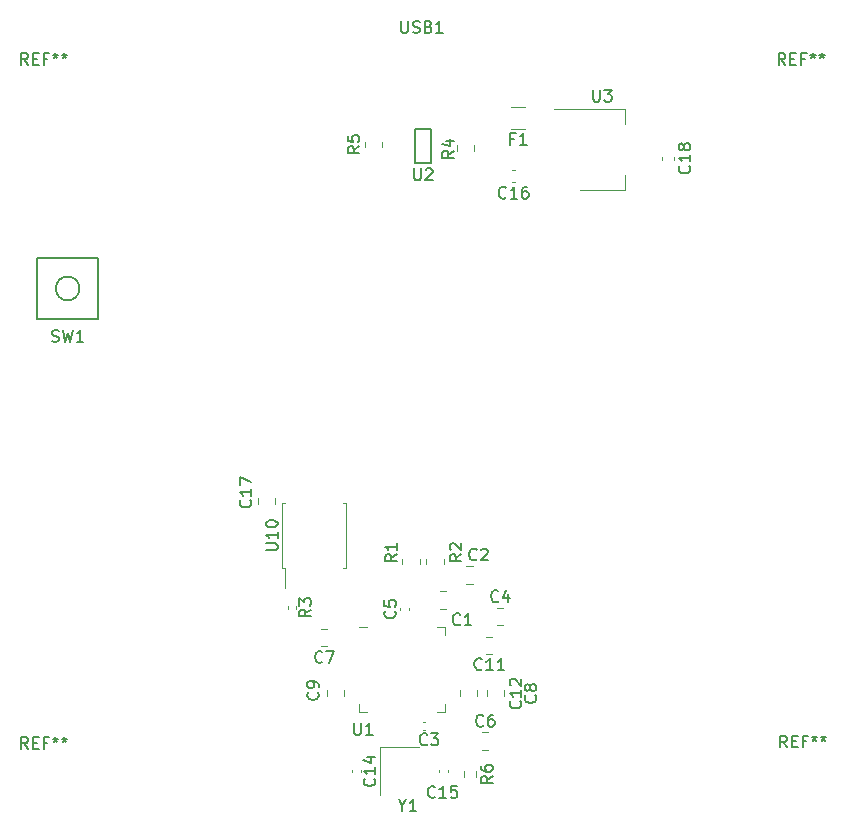
<source format=gto>
%TF.GenerationSoftware,KiCad,Pcbnew,(6.0.9)*%
%TF.CreationDate,2022-11-13T08:15:32+04:00*%
%TF.ProjectId,osu keyboard,6f737520-6b65-4796-926f-6172642e6b69,rev?*%
%TF.SameCoordinates,Original*%
%TF.FileFunction,Legend,Top*%
%TF.FilePolarity,Positive*%
%FSLAX46Y46*%
G04 Gerber Fmt 4.6, Leading zero omitted, Abs format (unit mm)*
G04 Created by KiCad (PCBNEW (6.0.9)) date 2022-11-13 08:15:32*
%MOMM*%
%LPD*%
G01*
G04 APERTURE LIST*
%ADD10C,0.150000*%
%ADD11C,0.120000*%
G04 APERTURE END LIST*
D10*
%TO.C,R4*%
X137612380Y-74334666D02*
X137136190Y-74668000D01*
X137612380Y-74906095D02*
X136612380Y-74906095D01*
X136612380Y-74525142D01*
X136660000Y-74429904D01*
X136707619Y-74382285D01*
X136802857Y-74334666D01*
X136945714Y-74334666D01*
X137040952Y-74382285D01*
X137088571Y-74429904D01*
X137136190Y-74525142D01*
X137136190Y-74906095D01*
X136945714Y-73477523D02*
X137612380Y-73477523D01*
X136564761Y-73715619D02*
X137279047Y-73953714D01*
X137279047Y-73334666D01*
%TO.C,U2*%
X134239095Y-75816380D02*
X134239095Y-76625904D01*
X134286714Y-76721142D01*
X134334333Y-76768761D01*
X134429571Y-76816380D01*
X134620047Y-76816380D01*
X134715285Y-76768761D01*
X134762904Y-76721142D01*
X134810523Y-76625904D01*
X134810523Y-75816380D01*
X135239095Y-75911619D02*
X135286714Y-75864000D01*
X135381952Y-75816380D01*
X135620047Y-75816380D01*
X135715285Y-75864000D01*
X135762904Y-75911619D01*
X135810523Y-76006857D01*
X135810523Y-76102095D01*
X135762904Y-76244952D01*
X135191476Y-76816380D01*
X135810523Y-76816380D01*
%TO.C,R5*%
X129612380Y-73953666D02*
X129136190Y-74287000D01*
X129612380Y-74525095D02*
X128612380Y-74525095D01*
X128612380Y-74144142D01*
X128660000Y-74048904D01*
X128707619Y-74001285D01*
X128802857Y-73953666D01*
X128945714Y-73953666D01*
X129040952Y-74001285D01*
X129088571Y-74048904D01*
X129136190Y-74144142D01*
X129136190Y-74525095D01*
X128612380Y-73048904D02*
X128612380Y-73525095D01*
X129088571Y-73572714D01*
X129040952Y-73525095D01*
X128993333Y-73429857D01*
X128993333Y-73191761D01*
X129040952Y-73096523D01*
X129088571Y-73048904D01*
X129183809Y-73001285D01*
X129421904Y-73001285D01*
X129517142Y-73048904D01*
X129564761Y-73096523D01*
X129612380Y-73191761D01*
X129612380Y-73429857D01*
X129564761Y-73525095D01*
X129517142Y-73572714D01*
%TO.C,C4*%
X141374833Y-112437392D02*
X141327214Y-112485011D01*
X141184357Y-112532630D01*
X141089119Y-112532630D01*
X140946261Y-112485011D01*
X140851023Y-112389773D01*
X140803404Y-112294535D01*
X140755785Y-112104059D01*
X140755785Y-111961202D01*
X140803404Y-111770726D01*
X140851023Y-111675488D01*
X140946261Y-111580250D01*
X141089119Y-111532630D01*
X141184357Y-111532630D01*
X141327214Y-111580250D01*
X141374833Y-111627869D01*
X142231976Y-111865964D02*
X142231976Y-112532630D01*
X141993880Y-111485011D02*
X141755785Y-112199297D01*
X142374833Y-112199297D01*
%TO.C,REF\u002A\u002A*%
X165798666Y-124841380D02*
X165465333Y-124365190D01*
X165227238Y-124841380D02*
X165227238Y-123841380D01*
X165608190Y-123841380D01*
X165703428Y-123889000D01*
X165751047Y-123936619D01*
X165798666Y-124031857D01*
X165798666Y-124174714D01*
X165751047Y-124269952D01*
X165703428Y-124317571D01*
X165608190Y-124365190D01*
X165227238Y-124365190D01*
X166227238Y-124317571D02*
X166560571Y-124317571D01*
X166703428Y-124841380D02*
X166227238Y-124841380D01*
X166227238Y-123841380D01*
X166703428Y-123841380D01*
X167465333Y-124317571D02*
X167132000Y-124317571D01*
X167132000Y-124841380D02*
X167132000Y-123841380D01*
X167608190Y-123841380D01*
X168132000Y-123841380D02*
X168132000Y-124079476D01*
X167893904Y-123984238D02*
X168132000Y-124079476D01*
X168370095Y-123984238D01*
X167989142Y-124269952D02*
X168132000Y-124079476D01*
X168274857Y-124269952D01*
X168893904Y-123841380D02*
X168893904Y-124079476D01*
X168655809Y-123984238D02*
X168893904Y-124079476D01*
X169132000Y-123984238D01*
X168751047Y-124269952D02*
X168893904Y-124079476D01*
X169036761Y-124269952D01*
%TO.C,C5*%
X132610642Y-113291916D02*
X132658261Y-113339535D01*
X132705880Y-113482392D01*
X132705880Y-113577630D01*
X132658261Y-113720488D01*
X132563023Y-113815726D01*
X132467785Y-113863345D01*
X132277309Y-113910964D01*
X132134452Y-113910964D01*
X131943976Y-113863345D01*
X131848738Y-113815726D01*
X131753500Y-113720488D01*
X131705880Y-113577630D01*
X131705880Y-113482392D01*
X131753500Y-113339535D01*
X131801119Y-113291916D01*
X131705880Y-112387154D02*
X131705880Y-112863345D01*
X132182071Y-112910964D01*
X132134452Y-112863345D01*
X132086833Y-112768107D01*
X132086833Y-112530011D01*
X132134452Y-112434773D01*
X132182071Y-112387154D01*
X132277309Y-112339535D01*
X132515404Y-112339535D01*
X132610642Y-112387154D01*
X132658261Y-112434773D01*
X132705880Y-112530011D01*
X132705880Y-112768107D01*
X132658261Y-112863345D01*
X132610642Y-112910964D01*
%TO.C,USB1*%
X133135904Y-63333380D02*
X133135904Y-64142904D01*
X133183523Y-64238142D01*
X133231142Y-64285761D01*
X133326380Y-64333380D01*
X133516857Y-64333380D01*
X133612095Y-64285761D01*
X133659714Y-64238142D01*
X133707333Y-64142904D01*
X133707333Y-63333380D01*
X134135904Y-64285761D02*
X134278761Y-64333380D01*
X134516857Y-64333380D01*
X134612095Y-64285761D01*
X134659714Y-64238142D01*
X134707333Y-64142904D01*
X134707333Y-64047666D01*
X134659714Y-63952428D01*
X134612095Y-63904809D01*
X134516857Y-63857190D01*
X134326380Y-63809571D01*
X134231142Y-63761952D01*
X134183523Y-63714333D01*
X134135904Y-63619095D01*
X134135904Y-63523857D01*
X134183523Y-63428619D01*
X134231142Y-63381000D01*
X134326380Y-63333380D01*
X134564476Y-63333380D01*
X134707333Y-63381000D01*
X135469238Y-63809571D02*
X135612095Y-63857190D01*
X135659714Y-63904809D01*
X135707333Y-64000047D01*
X135707333Y-64142904D01*
X135659714Y-64238142D01*
X135612095Y-64285761D01*
X135516857Y-64333380D01*
X135135904Y-64333380D01*
X135135904Y-63333380D01*
X135469238Y-63333380D01*
X135564476Y-63381000D01*
X135612095Y-63428619D01*
X135659714Y-63523857D01*
X135659714Y-63619095D01*
X135612095Y-63714333D01*
X135564476Y-63761952D01*
X135469238Y-63809571D01*
X135135904Y-63809571D01*
X136659714Y-64333380D02*
X136088285Y-64333380D01*
X136374000Y-64333380D02*
X136374000Y-63333380D01*
X136278761Y-63476238D01*
X136183523Y-63571476D01*
X136088285Y-63619095D01*
%TO.C,C17*%
X120372142Y-103893857D02*
X120419761Y-103941476D01*
X120467380Y-104084333D01*
X120467380Y-104179571D01*
X120419761Y-104322428D01*
X120324523Y-104417666D01*
X120229285Y-104465285D01*
X120038809Y-104512904D01*
X119895952Y-104512904D01*
X119705476Y-104465285D01*
X119610238Y-104417666D01*
X119515000Y-104322428D01*
X119467380Y-104179571D01*
X119467380Y-104084333D01*
X119515000Y-103941476D01*
X119562619Y-103893857D01*
X120467380Y-102941476D02*
X120467380Y-103512904D01*
X120467380Y-103227190D02*
X119467380Y-103227190D01*
X119610238Y-103322428D01*
X119705476Y-103417666D01*
X119753095Y-103512904D01*
X119467380Y-102608142D02*
X119467380Y-101941476D01*
X120467380Y-102370047D01*
%TO.C,C15*%
X136009142Y-129008142D02*
X135961523Y-129055761D01*
X135818666Y-129103380D01*
X135723428Y-129103380D01*
X135580571Y-129055761D01*
X135485333Y-128960523D01*
X135437714Y-128865285D01*
X135390095Y-128674809D01*
X135390095Y-128531952D01*
X135437714Y-128341476D01*
X135485333Y-128246238D01*
X135580571Y-128151000D01*
X135723428Y-128103380D01*
X135818666Y-128103380D01*
X135961523Y-128151000D01*
X136009142Y-128198619D01*
X136961523Y-129103380D02*
X136390095Y-129103380D01*
X136675809Y-129103380D02*
X136675809Y-128103380D01*
X136580571Y-128246238D01*
X136485333Y-128341476D01*
X136390095Y-128389095D01*
X137866285Y-128103380D02*
X137390095Y-128103380D01*
X137342476Y-128579571D01*
X137390095Y-128531952D01*
X137485333Y-128484333D01*
X137723428Y-128484333D01*
X137818666Y-128531952D01*
X137866285Y-128579571D01*
X137913904Y-128674809D01*
X137913904Y-128912904D01*
X137866285Y-129008142D01*
X137818666Y-129055761D01*
X137723428Y-129103380D01*
X137485333Y-129103380D01*
X137390095Y-129055761D01*
X137342476Y-129008142D01*
%TO.C,C3*%
X135342333Y-124563142D02*
X135294714Y-124610761D01*
X135151857Y-124658380D01*
X135056619Y-124658380D01*
X134913761Y-124610761D01*
X134818523Y-124515523D01*
X134770904Y-124420285D01*
X134723285Y-124229809D01*
X134723285Y-124086952D01*
X134770904Y-123896476D01*
X134818523Y-123801238D01*
X134913761Y-123706000D01*
X135056619Y-123658380D01*
X135151857Y-123658380D01*
X135294714Y-123706000D01*
X135342333Y-123753619D01*
X135675666Y-123658380D02*
X136294714Y-123658380D01*
X135961380Y-124039333D01*
X136104238Y-124039333D01*
X136199476Y-124086952D01*
X136247095Y-124134571D01*
X136294714Y-124229809D01*
X136294714Y-124467904D01*
X136247095Y-124563142D01*
X136199476Y-124610761D01*
X136104238Y-124658380D01*
X135818523Y-124658380D01*
X135723285Y-124610761D01*
X135675666Y-124563142D01*
%TO.C,C16*%
X142025356Y-78276929D02*
X141977737Y-78324548D01*
X141834880Y-78372167D01*
X141739642Y-78372167D01*
X141596785Y-78324548D01*
X141501547Y-78229310D01*
X141453928Y-78134072D01*
X141406309Y-77943596D01*
X141406309Y-77800739D01*
X141453928Y-77610263D01*
X141501547Y-77515025D01*
X141596785Y-77419787D01*
X141739642Y-77372167D01*
X141834880Y-77372167D01*
X141977737Y-77419787D01*
X142025356Y-77467406D01*
X142977737Y-78372167D02*
X142406309Y-78372167D01*
X142692023Y-78372167D02*
X142692023Y-77372167D01*
X142596785Y-77515025D01*
X142501547Y-77610263D01*
X142406309Y-77657882D01*
X143834880Y-77372167D02*
X143644404Y-77372167D01*
X143549166Y-77419787D01*
X143501547Y-77467406D01*
X143406309Y-77610263D01*
X143358690Y-77800739D01*
X143358690Y-78181691D01*
X143406309Y-78276929D01*
X143453928Y-78324548D01*
X143549166Y-78372167D01*
X143739642Y-78372167D01*
X143834880Y-78324548D01*
X143882499Y-78276929D01*
X143930118Y-78181691D01*
X143930118Y-77943596D01*
X143882499Y-77848358D01*
X143834880Y-77800739D01*
X143739642Y-77753120D01*
X143549166Y-77753120D01*
X143453928Y-77800739D01*
X143406309Y-77848358D01*
X143358690Y-77943596D01*
%TO.C,REF\u002A\u002A*%
X165671666Y-67056380D02*
X165338333Y-66580190D01*
X165100238Y-67056380D02*
X165100238Y-66056380D01*
X165481190Y-66056380D01*
X165576428Y-66104000D01*
X165624047Y-66151619D01*
X165671666Y-66246857D01*
X165671666Y-66389714D01*
X165624047Y-66484952D01*
X165576428Y-66532571D01*
X165481190Y-66580190D01*
X165100238Y-66580190D01*
X166100238Y-66532571D02*
X166433571Y-66532571D01*
X166576428Y-67056380D02*
X166100238Y-67056380D01*
X166100238Y-66056380D01*
X166576428Y-66056380D01*
X167338333Y-66532571D02*
X167005000Y-66532571D01*
X167005000Y-67056380D02*
X167005000Y-66056380D01*
X167481190Y-66056380D01*
X168005000Y-66056380D02*
X168005000Y-66294476D01*
X167766904Y-66199238D02*
X168005000Y-66294476D01*
X168243095Y-66199238D01*
X167862142Y-66484952D02*
X168005000Y-66294476D01*
X168147857Y-66484952D01*
X168766904Y-66056380D02*
X168766904Y-66294476D01*
X168528809Y-66199238D02*
X168766904Y-66294476D01*
X169005000Y-66199238D01*
X168624047Y-66484952D02*
X168766904Y-66294476D01*
X168909761Y-66484952D01*
%TO.C,R3*%
X125500880Y-113164916D02*
X125024690Y-113498250D01*
X125500880Y-113736345D02*
X124500880Y-113736345D01*
X124500880Y-113355392D01*
X124548500Y-113260154D01*
X124596119Y-113212535D01*
X124691357Y-113164916D01*
X124834214Y-113164916D01*
X124929452Y-113212535D01*
X124977071Y-113260154D01*
X125024690Y-113355392D01*
X125024690Y-113736345D01*
X124500880Y-112831583D02*
X124500880Y-112212535D01*
X124881833Y-112545869D01*
X124881833Y-112403011D01*
X124929452Y-112307773D01*
X124977071Y-112260154D01*
X125072309Y-112212535D01*
X125310404Y-112212535D01*
X125405642Y-112260154D01*
X125453261Y-112307773D01*
X125500880Y-112403011D01*
X125500880Y-112688726D01*
X125453261Y-112783964D01*
X125405642Y-112831583D01*
%TO.C,C2*%
X139533333Y-108913142D02*
X139485714Y-108960761D01*
X139342857Y-109008380D01*
X139247619Y-109008380D01*
X139104761Y-108960761D01*
X139009523Y-108865523D01*
X138961904Y-108770285D01*
X138914285Y-108579809D01*
X138914285Y-108436952D01*
X138961904Y-108246476D01*
X139009523Y-108151238D01*
X139104761Y-108056000D01*
X139247619Y-108008380D01*
X139342857Y-108008380D01*
X139485714Y-108056000D01*
X139533333Y-108103619D01*
X139914285Y-108103619D02*
X139961904Y-108056000D01*
X140057142Y-108008380D01*
X140295238Y-108008380D01*
X140390476Y-108056000D01*
X140438095Y-108103619D01*
X140485714Y-108198857D01*
X140485714Y-108294095D01*
X140438095Y-108436952D01*
X139866666Y-109008380D01*
X140485714Y-109008380D01*
%TO.C,F1*%
X142715880Y-73285358D02*
X142382547Y-73285358D01*
X142382547Y-73809167D02*
X142382547Y-72809167D01*
X142858737Y-72809167D01*
X143763499Y-73809167D02*
X143192071Y-73809167D01*
X143477785Y-73809167D02*
X143477785Y-72809167D01*
X143382547Y-72952025D01*
X143287309Y-73047263D01*
X143192071Y-73094882D01*
%TO.C,Y1*%
X133254809Y-129770190D02*
X133254809Y-130246380D01*
X132921476Y-129246380D02*
X133254809Y-129770190D01*
X133588142Y-129246380D01*
X134445285Y-130246380D02*
X133873857Y-130246380D01*
X134159571Y-130246380D02*
X134159571Y-129246380D01*
X134064333Y-129389238D01*
X133969095Y-129484476D01*
X133873857Y-129532095D01*
%TO.C,C18*%
X157536356Y-75608644D02*
X157583975Y-75656263D01*
X157631594Y-75799120D01*
X157631594Y-75894358D01*
X157583975Y-76037215D01*
X157488737Y-76132453D01*
X157393499Y-76180072D01*
X157203023Y-76227691D01*
X157060166Y-76227691D01*
X156869690Y-76180072D01*
X156774452Y-76132453D01*
X156679214Y-76037215D01*
X156631594Y-75894358D01*
X156631594Y-75799120D01*
X156679214Y-75656263D01*
X156726833Y-75608644D01*
X157631594Y-74656263D02*
X157631594Y-75227691D01*
X157631594Y-74941977D02*
X156631594Y-74941977D01*
X156774452Y-75037215D01*
X156869690Y-75132453D01*
X156917309Y-75227691D01*
X157060166Y-74084834D02*
X157012547Y-74180072D01*
X156964928Y-74227691D01*
X156869690Y-74275310D01*
X156822071Y-74275310D01*
X156726833Y-74227691D01*
X156679214Y-74180072D01*
X156631594Y-74084834D01*
X156631594Y-73894358D01*
X156679214Y-73799120D01*
X156726833Y-73751501D01*
X156822071Y-73703882D01*
X156869690Y-73703882D01*
X156964928Y-73751501D01*
X157012547Y-73799120D01*
X157060166Y-73894358D01*
X157060166Y-74084834D01*
X157107785Y-74180072D01*
X157155404Y-74227691D01*
X157250642Y-74275310D01*
X157441118Y-74275310D01*
X157536356Y-74227691D01*
X157583975Y-74180072D01*
X157631594Y-74084834D01*
X157631594Y-73894358D01*
X157583975Y-73799120D01*
X157536356Y-73751501D01*
X157441118Y-73703882D01*
X157250642Y-73703882D01*
X157155404Y-73751501D01*
X157107785Y-73799120D01*
X157060166Y-73894358D01*
%TO.C,REF\u002A\u002A*%
X101536666Y-67056380D02*
X101203333Y-66580190D01*
X100965238Y-67056380D02*
X100965238Y-66056380D01*
X101346190Y-66056380D01*
X101441428Y-66104000D01*
X101489047Y-66151619D01*
X101536666Y-66246857D01*
X101536666Y-66389714D01*
X101489047Y-66484952D01*
X101441428Y-66532571D01*
X101346190Y-66580190D01*
X100965238Y-66580190D01*
X101965238Y-66532571D02*
X102298571Y-66532571D01*
X102441428Y-67056380D02*
X101965238Y-67056380D01*
X101965238Y-66056380D01*
X102441428Y-66056380D01*
X103203333Y-66532571D02*
X102870000Y-66532571D01*
X102870000Y-67056380D02*
X102870000Y-66056380D01*
X103346190Y-66056380D01*
X103870000Y-66056380D02*
X103870000Y-66294476D01*
X103631904Y-66199238D02*
X103870000Y-66294476D01*
X104108095Y-66199238D01*
X103727142Y-66484952D02*
X103870000Y-66294476D01*
X104012857Y-66484952D01*
X104631904Y-66056380D02*
X104631904Y-66294476D01*
X104393809Y-66199238D02*
X104631904Y-66294476D01*
X104870000Y-66199238D01*
X104489047Y-66484952D02*
X104631904Y-66294476D01*
X104774761Y-66484952D01*
%TO.C,C9*%
X126087142Y-120181666D02*
X126134761Y-120229285D01*
X126182380Y-120372142D01*
X126182380Y-120467380D01*
X126134761Y-120610238D01*
X126039523Y-120705476D01*
X125944285Y-120753095D01*
X125753809Y-120800714D01*
X125610952Y-120800714D01*
X125420476Y-120753095D01*
X125325238Y-120705476D01*
X125230000Y-120610238D01*
X125182380Y-120467380D01*
X125182380Y-120372142D01*
X125230000Y-120229285D01*
X125277619Y-120181666D01*
X126182380Y-119705476D02*
X126182380Y-119515000D01*
X126134761Y-119419761D01*
X126087142Y-119372142D01*
X125944285Y-119276904D01*
X125753809Y-119229285D01*
X125372857Y-119229285D01*
X125277619Y-119276904D01*
X125230000Y-119324523D01*
X125182380Y-119419761D01*
X125182380Y-119610238D01*
X125230000Y-119705476D01*
X125277619Y-119753095D01*
X125372857Y-119800714D01*
X125610952Y-119800714D01*
X125706190Y-119753095D01*
X125753809Y-119705476D01*
X125801428Y-119610238D01*
X125801428Y-119419761D01*
X125753809Y-119324523D01*
X125706190Y-119276904D01*
X125610952Y-119229285D01*
%TO.C,U10*%
X121685880Y-108140345D02*
X122495404Y-108140345D01*
X122590642Y-108092726D01*
X122638261Y-108045107D01*
X122685880Y-107949869D01*
X122685880Y-107759392D01*
X122638261Y-107664154D01*
X122590642Y-107616535D01*
X122495404Y-107568916D01*
X121685880Y-107568916D01*
X122685880Y-106568916D02*
X122685880Y-107140345D01*
X122685880Y-106854630D02*
X121685880Y-106854630D01*
X121828738Y-106949869D01*
X121923976Y-107045107D01*
X121971595Y-107140345D01*
X121685880Y-105949869D02*
X121685880Y-105854630D01*
X121733500Y-105759392D01*
X121781119Y-105711773D01*
X121876357Y-105664154D01*
X122066833Y-105616535D01*
X122304928Y-105616535D01*
X122495404Y-105664154D01*
X122590642Y-105711773D01*
X122638261Y-105759392D01*
X122685880Y-105854630D01*
X122685880Y-105949869D01*
X122638261Y-106045107D01*
X122590642Y-106092726D01*
X122495404Y-106140345D01*
X122304928Y-106187964D01*
X122066833Y-106187964D01*
X121876357Y-106140345D01*
X121781119Y-106092726D01*
X121733500Y-106045107D01*
X121685880Y-105949869D01*
%TO.C,C11*%
X139973261Y-118194659D02*
X139925642Y-118242278D01*
X139782785Y-118289897D01*
X139687547Y-118289897D01*
X139544690Y-118242278D01*
X139449452Y-118147040D01*
X139401833Y-118051802D01*
X139354214Y-117861326D01*
X139354214Y-117718469D01*
X139401833Y-117527993D01*
X139449452Y-117432755D01*
X139544690Y-117337517D01*
X139687547Y-117289897D01*
X139782785Y-117289897D01*
X139925642Y-117337517D01*
X139973261Y-117385136D01*
X140925642Y-118289897D02*
X140354214Y-118289897D01*
X140639928Y-118289897D02*
X140639928Y-117289897D01*
X140544690Y-117432755D01*
X140449452Y-117527993D01*
X140354214Y-117575612D01*
X141878023Y-118289897D02*
X141306595Y-118289897D01*
X141592309Y-118289897D02*
X141592309Y-117289897D01*
X141497071Y-117432755D01*
X141401833Y-117527993D01*
X141306595Y-117575612D01*
%TO.C,REF\u002A\u002A*%
X101536666Y-124968380D02*
X101203333Y-124492190D01*
X100965238Y-124968380D02*
X100965238Y-123968380D01*
X101346190Y-123968380D01*
X101441428Y-124016000D01*
X101489047Y-124063619D01*
X101536666Y-124158857D01*
X101536666Y-124301714D01*
X101489047Y-124396952D01*
X101441428Y-124444571D01*
X101346190Y-124492190D01*
X100965238Y-124492190D01*
X101965238Y-124444571D02*
X102298571Y-124444571D01*
X102441428Y-124968380D02*
X101965238Y-124968380D01*
X101965238Y-123968380D01*
X102441428Y-123968380D01*
X103203333Y-124444571D02*
X102870000Y-124444571D01*
X102870000Y-124968380D02*
X102870000Y-123968380D01*
X103346190Y-123968380D01*
X103870000Y-123968380D02*
X103870000Y-124206476D01*
X103631904Y-124111238D02*
X103870000Y-124206476D01*
X104108095Y-124111238D01*
X103727142Y-124396952D02*
X103870000Y-124206476D01*
X104012857Y-124396952D01*
X104631904Y-123968380D02*
X104631904Y-124206476D01*
X104393809Y-124111238D02*
X104631904Y-124206476D01*
X104870000Y-124111238D01*
X104489047Y-124396952D02*
X104631904Y-124206476D01*
X104774761Y-124396952D01*
%TO.C,U1*%
X129159095Y-122769380D02*
X129159095Y-123578904D01*
X129206714Y-123674142D01*
X129254333Y-123721761D01*
X129349571Y-123769380D01*
X129540047Y-123769380D01*
X129635285Y-123721761D01*
X129682904Y-123674142D01*
X129730523Y-123578904D01*
X129730523Y-122769380D01*
X130730523Y-123769380D02*
X130159095Y-123769380D01*
X130444809Y-123769380D02*
X130444809Y-122769380D01*
X130349571Y-122912238D01*
X130254333Y-123007476D01*
X130159095Y-123055095D01*
%TO.C,C7*%
X126479452Y-117588659D02*
X126431833Y-117636278D01*
X126288976Y-117683897D01*
X126193738Y-117683897D01*
X126050880Y-117636278D01*
X125955642Y-117541040D01*
X125908023Y-117445802D01*
X125860404Y-117255326D01*
X125860404Y-117112469D01*
X125908023Y-116921993D01*
X125955642Y-116826755D01*
X126050880Y-116731517D01*
X126193738Y-116683897D01*
X126288976Y-116683897D01*
X126431833Y-116731517D01*
X126479452Y-116779136D01*
X126812785Y-116683897D02*
X127479452Y-116683897D01*
X127050880Y-117683897D01*
%TO.C,C6*%
X140104833Y-122978392D02*
X140057214Y-123026011D01*
X139914357Y-123073630D01*
X139819119Y-123073630D01*
X139676261Y-123026011D01*
X139581023Y-122930773D01*
X139533404Y-122835535D01*
X139485785Y-122645059D01*
X139485785Y-122502202D01*
X139533404Y-122311726D01*
X139581023Y-122216488D01*
X139676261Y-122121250D01*
X139819119Y-122073630D01*
X139914357Y-122073630D01*
X140057214Y-122121250D01*
X140104833Y-122168869D01*
X140961976Y-122073630D02*
X140771500Y-122073630D01*
X140676261Y-122121250D01*
X140628642Y-122168869D01*
X140533404Y-122311726D01*
X140485785Y-122502202D01*
X140485785Y-122883154D01*
X140533404Y-122978392D01*
X140581023Y-123026011D01*
X140676261Y-123073630D01*
X140866738Y-123073630D01*
X140961976Y-123026011D01*
X141009595Y-122978392D01*
X141057214Y-122883154D01*
X141057214Y-122645059D01*
X141009595Y-122549821D01*
X140961976Y-122502202D01*
X140866738Y-122454583D01*
X140676261Y-122454583D01*
X140581023Y-122502202D01*
X140533404Y-122549821D01*
X140485785Y-122645059D01*
%TO.C,C8*%
X144502142Y-120435666D02*
X144549761Y-120483285D01*
X144597380Y-120626142D01*
X144597380Y-120721380D01*
X144549761Y-120864238D01*
X144454523Y-120959476D01*
X144359285Y-121007095D01*
X144168809Y-121054714D01*
X144025952Y-121054714D01*
X143835476Y-121007095D01*
X143740238Y-120959476D01*
X143645000Y-120864238D01*
X143597380Y-120721380D01*
X143597380Y-120626142D01*
X143645000Y-120483285D01*
X143692619Y-120435666D01*
X144025952Y-119864238D02*
X143978333Y-119959476D01*
X143930714Y-120007095D01*
X143835476Y-120054714D01*
X143787857Y-120054714D01*
X143692619Y-120007095D01*
X143645000Y-119959476D01*
X143597380Y-119864238D01*
X143597380Y-119673761D01*
X143645000Y-119578523D01*
X143692619Y-119530904D01*
X143787857Y-119483285D01*
X143835476Y-119483285D01*
X143930714Y-119530904D01*
X143978333Y-119578523D01*
X144025952Y-119673761D01*
X144025952Y-119864238D01*
X144073571Y-119959476D01*
X144121190Y-120007095D01*
X144216428Y-120054714D01*
X144406904Y-120054714D01*
X144502142Y-120007095D01*
X144549761Y-119959476D01*
X144597380Y-119864238D01*
X144597380Y-119673761D01*
X144549761Y-119578523D01*
X144502142Y-119530904D01*
X144406904Y-119483285D01*
X144216428Y-119483285D01*
X144121190Y-119530904D01*
X144073571Y-119578523D01*
X144025952Y-119673761D01*
%TO.C,C1*%
X138136333Y-114403142D02*
X138088714Y-114450761D01*
X137945857Y-114498380D01*
X137850619Y-114498380D01*
X137707761Y-114450761D01*
X137612523Y-114355523D01*
X137564904Y-114260285D01*
X137517285Y-114069809D01*
X137517285Y-113926952D01*
X137564904Y-113736476D01*
X137612523Y-113641238D01*
X137707761Y-113546000D01*
X137850619Y-113498380D01*
X137945857Y-113498380D01*
X138088714Y-113546000D01*
X138136333Y-113593619D01*
X139088714Y-114498380D02*
X138517285Y-114498380D01*
X138803000Y-114498380D02*
X138803000Y-113498380D01*
X138707761Y-113641238D01*
X138612523Y-113736476D01*
X138517285Y-113784095D01*
%TO.C,R6*%
X140883880Y-127261916D02*
X140407690Y-127595250D01*
X140883880Y-127833345D02*
X139883880Y-127833345D01*
X139883880Y-127452392D01*
X139931500Y-127357154D01*
X139979119Y-127309535D01*
X140074357Y-127261916D01*
X140217214Y-127261916D01*
X140312452Y-127309535D01*
X140360071Y-127357154D01*
X140407690Y-127452392D01*
X140407690Y-127833345D01*
X139883880Y-126404773D02*
X139883880Y-126595250D01*
X139931500Y-126690488D01*
X139979119Y-126738107D01*
X140121976Y-126833345D01*
X140312452Y-126880964D01*
X140693404Y-126880964D01*
X140788642Y-126833345D01*
X140836261Y-126785726D01*
X140883880Y-126690488D01*
X140883880Y-126500011D01*
X140836261Y-126404773D01*
X140788642Y-126357154D01*
X140693404Y-126309535D01*
X140455309Y-126309535D01*
X140360071Y-126357154D01*
X140312452Y-126404773D01*
X140264833Y-126500011D01*
X140264833Y-126690488D01*
X140312452Y-126785726D01*
X140360071Y-126833345D01*
X140455309Y-126880964D01*
%TO.C,C14*%
X130866642Y-127484107D02*
X130914261Y-127531726D01*
X130961880Y-127674583D01*
X130961880Y-127769821D01*
X130914261Y-127912678D01*
X130819023Y-128007916D01*
X130723785Y-128055535D01*
X130533309Y-128103154D01*
X130390452Y-128103154D01*
X130199976Y-128055535D01*
X130104738Y-128007916D01*
X130009500Y-127912678D01*
X129961880Y-127769821D01*
X129961880Y-127674583D01*
X130009500Y-127531726D01*
X130057119Y-127484107D01*
X130961880Y-126531726D02*
X130961880Y-127103154D01*
X130961880Y-126817440D02*
X129961880Y-126817440D01*
X130104738Y-126912678D01*
X130199976Y-127007916D01*
X130247595Y-127103154D01*
X130295214Y-125674583D02*
X130961880Y-125674583D01*
X129914261Y-125912678D02*
X130628547Y-126150773D01*
X130628547Y-125531726D01*
%TO.C,C12*%
X143232142Y-120911857D02*
X143279761Y-120959476D01*
X143327380Y-121102333D01*
X143327380Y-121197571D01*
X143279761Y-121340428D01*
X143184523Y-121435666D01*
X143089285Y-121483285D01*
X142898809Y-121530904D01*
X142755952Y-121530904D01*
X142565476Y-121483285D01*
X142470238Y-121435666D01*
X142375000Y-121340428D01*
X142327380Y-121197571D01*
X142327380Y-121102333D01*
X142375000Y-120959476D01*
X142422619Y-120911857D01*
X143327380Y-119959476D02*
X143327380Y-120530904D01*
X143327380Y-120245190D02*
X142327380Y-120245190D01*
X142470238Y-120340428D01*
X142565476Y-120435666D01*
X142613095Y-120530904D01*
X142422619Y-119578523D02*
X142375000Y-119530904D01*
X142327380Y-119435666D01*
X142327380Y-119197571D01*
X142375000Y-119102333D01*
X142422619Y-119054714D01*
X142517857Y-119007095D01*
X142613095Y-119007095D01*
X142755952Y-119054714D01*
X143327380Y-119626142D01*
X143327380Y-119007095D01*
%TO.C,R2*%
X138247380Y-108497666D02*
X137771190Y-108831000D01*
X138247380Y-109069095D02*
X137247380Y-109069095D01*
X137247380Y-108688142D01*
X137295000Y-108592904D01*
X137342619Y-108545285D01*
X137437857Y-108497666D01*
X137580714Y-108497666D01*
X137675952Y-108545285D01*
X137723571Y-108592904D01*
X137771190Y-108688142D01*
X137771190Y-109069095D01*
X137342619Y-108116714D02*
X137295000Y-108069095D01*
X137247380Y-107973857D01*
X137247380Y-107735761D01*
X137295000Y-107640523D01*
X137342619Y-107592904D01*
X137437857Y-107545285D01*
X137533095Y-107545285D01*
X137675952Y-107592904D01*
X138247380Y-108164333D01*
X138247380Y-107545285D01*
%TO.C,U3*%
X149399309Y-69156167D02*
X149399309Y-69965691D01*
X149446928Y-70060929D01*
X149494547Y-70108548D01*
X149589785Y-70156167D01*
X149780261Y-70156167D01*
X149875499Y-70108548D01*
X149923118Y-70060929D01*
X149970737Y-69965691D01*
X149970737Y-69156167D01*
X150351690Y-69156167D02*
X150970737Y-69156167D01*
X150637404Y-69537120D01*
X150780261Y-69537120D01*
X150875499Y-69584739D01*
X150923118Y-69632358D01*
X150970737Y-69727596D01*
X150970737Y-69965691D01*
X150923118Y-70060929D01*
X150875499Y-70108548D01*
X150780261Y-70156167D01*
X150494547Y-70156167D01*
X150399309Y-70108548D01*
X150351690Y-70060929D01*
%TO.C,SW1*%
X103568666Y-90447761D02*
X103711523Y-90495380D01*
X103949619Y-90495380D01*
X104044857Y-90447761D01*
X104092476Y-90400142D01*
X104140095Y-90304904D01*
X104140095Y-90209666D01*
X104092476Y-90114428D01*
X104044857Y-90066809D01*
X103949619Y-90019190D01*
X103759142Y-89971571D01*
X103663904Y-89923952D01*
X103616285Y-89876333D01*
X103568666Y-89781095D01*
X103568666Y-89685857D01*
X103616285Y-89590619D01*
X103663904Y-89543000D01*
X103759142Y-89495380D01*
X103997238Y-89495380D01*
X104140095Y-89543000D01*
X104473428Y-89495380D02*
X104711523Y-90495380D01*
X104902000Y-89781095D01*
X105092476Y-90495380D01*
X105330571Y-89495380D01*
X106235333Y-90495380D02*
X105663904Y-90495380D01*
X105949619Y-90495380D02*
X105949619Y-89495380D01*
X105854380Y-89638238D01*
X105759142Y-89733476D01*
X105663904Y-89781095D01*
%TO.C,R1*%
X132786380Y-108497666D02*
X132310190Y-108831000D01*
X132786380Y-109069095D02*
X131786380Y-109069095D01*
X131786380Y-108688142D01*
X131834000Y-108592904D01*
X131881619Y-108545285D01*
X131976857Y-108497666D01*
X132119714Y-108497666D01*
X132214952Y-108545285D01*
X132262571Y-108592904D01*
X132310190Y-108688142D01*
X132310190Y-109069095D01*
X132786380Y-107545285D02*
X132786380Y-108116714D01*
X132786380Y-107831000D02*
X131786380Y-107831000D01*
X131929238Y-107926238D01*
X132024476Y-108021476D01*
X132072095Y-108116714D01*
D11*
%TO.C,R4*%
X139339214Y-74303851D02*
X139339214Y-73849723D01*
X137869214Y-74303851D02*
X137869214Y-73849723D01*
D10*
%TO.C,U2*%
X134351000Y-75364000D02*
X135651000Y-75364000D01*
X135651000Y-72464000D02*
X134351000Y-72464000D01*
X134351000Y-72464000D02*
X134351000Y-75364000D01*
X135651000Y-72464000D02*
X135651000Y-75364000D01*
D11*
%TO.C,R5*%
X130075000Y-74014064D02*
X130075000Y-73559936D01*
X131545000Y-74014064D02*
X131545000Y-73559936D01*
%TO.C,C4*%
X141280248Y-114495250D02*
X141802752Y-114495250D01*
X141280248Y-113025250D02*
X141802752Y-113025250D01*
%TO.C,C5*%
X133053500Y-113233086D02*
X133053500Y-113017414D01*
X133773500Y-113233086D02*
X133773500Y-113017414D01*
%TO.C,C17*%
X122493500Y-103726998D02*
X122493500Y-104249502D01*
X121023500Y-103726998D02*
X121023500Y-104249502D01*
%TO.C,C15*%
X137075500Y-126949086D02*
X137075500Y-126733414D01*
X136355500Y-126949086D02*
X136355500Y-126733414D01*
%TO.C,C3*%
X134956664Y-123391250D02*
X135172336Y-123391250D01*
X134956664Y-122671250D02*
X135172336Y-122671250D01*
%TO.C,C16*%
X142808794Y-76999787D02*
X142527634Y-76999787D01*
X142808794Y-75979787D02*
X142527634Y-75979787D01*
%TO.C,R3*%
X124248500Y-112890414D02*
X124248500Y-113106086D01*
X123528500Y-112890414D02*
X123528500Y-113106086D01*
%TO.C,C2*%
X138676748Y-109501000D02*
X139199252Y-109501000D01*
X138676748Y-110971000D02*
X139199252Y-110971000D01*
%TO.C,F1*%
X143651278Y-72446787D02*
X142447150Y-72446787D01*
X143651278Y-70626787D02*
X142447150Y-70626787D01*
%TO.C,Y1*%
X134682500Y-124841250D02*
X131382500Y-124841250D01*
X131382500Y-124841250D02*
X131382500Y-128841250D01*
%TO.C,C18*%
X156259214Y-74825207D02*
X156259214Y-75106367D01*
X155239214Y-74825207D02*
X155239214Y-75106367D01*
%TO.C,C9*%
X128306500Y-119975998D02*
X128306500Y-120498502D01*
X126836500Y-119975998D02*
X126836500Y-120498502D01*
%TO.C,U10*%
X128518500Y-106902250D02*
X128518500Y-104177250D01*
X128518500Y-106902250D02*
X128518500Y-109627250D01*
X123068500Y-104177250D02*
X123328500Y-104177250D01*
X128518500Y-104177250D02*
X128258500Y-104177250D01*
X128518500Y-109627250D02*
X128258500Y-109627250D01*
X123068500Y-106902250D02*
X123068500Y-104177250D01*
X123068500Y-106902250D02*
X123068500Y-109627250D01*
X123068500Y-109627250D02*
X123328500Y-109627250D01*
X123328500Y-109627250D02*
X123328500Y-111302250D01*
%TO.C,C11*%
X140354867Y-115451517D02*
X140877371Y-115451517D01*
X140354867Y-116921517D02*
X140877371Y-116921517D01*
%TO.C,U1*%
X136833000Y-114627000D02*
X136833000Y-115277000D01*
X130263000Y-114627000D02*
X129613000Y-114627000D01*
X136183000Y-121847000D02*
X136833000Y-121847000D01*
X129613000Y-121847000D02*
X129613000Y-121197000D01*
X136833000Y-121847000D02*
X136833000Y-121197000D01*
X130263000Y-121847000D02*
X129613000Y-121847000D01*
X136183000Y-114627000D02*
X136833000Y-114627000D01*
%TO.C,C7*%
X126907371Y-116286517D02*
X126384867Y-116286517D01*
X126907371Y-114816517D02*
X126384867Y-114816517D01*
%TO.C,C6*%
X140010248Y-123566250D02*
X140532752Y-123566250D01*
X140010248Y-125036250D02*
X140532752Y-125036250D01*
%TO.C,C8*%
X140425500Y-119975998D02*
X140425500Y-120498502D01*
X141895500Y-119975998D02*
X141895500Y-120498502D01*
%TO.C,C1*%
X136454248Y-113098250D02*
X136976752Y-113098250D01*
X136454248Y-111628250D02*
X136976752Y-111628250D01*
%TO.C,R6*%
X139524000Y-126857992D02*
X139524000Y-127332508D01*
X138479000Y-126857992D02*
X138479000Y-127332508D01*
%TO.C,C14*%
X128989500Y-126733414D02*
X128989500Y-126949086D01*
X129709500Y-126733414D02*
X129709500Y-126949086D01*
%TO.C,C12*%
X139609500Y-119975998D02*
X139609500Y-120498502D01*
X138139500Y-119975998D02*
X138139500Y-120498502D01*
%TO.C,R2*%
X136752000Y-108865936D02*
X136752000Y-109320064D01*
X135282000Y-108865936D02*
X135282000Y-109320064D01*
%TO.C,U3*%
X152071214Y-70793787D02*
X152071214Y-72053787D01*
X152071214Y-77613787D02*
X152071214Y-76353787D01*
X148311214Y-77613787D02*
X152071214Y-77613787D01*
X146061214Y-70793787D02*
X152071214Y-70793787D01*
D10*
%TO.C,SW1*%
X107502000Y-83379000D02*
X107502000Y-88579000D01*
X102302000Y-88579000D02*
X102302000Y-83379000D01*
X107502000Y-88579000D02*
X102302000Y-88579000D01*
X102302000Y-83379000D02*
X107502000Y-83379000D01*
X105902000Y-85979000D02*
G75*
G03*
X105902000Y-85979000I-1000000J0D01*
G01*
D11*
%TO.C,R1*%
X133250000Y-108865936D02*
X133250000Y-109320064D01*
X134720000Y-108865936D02*
X134720000Y-109320064D01*
%TD*%
M02*

</source>
